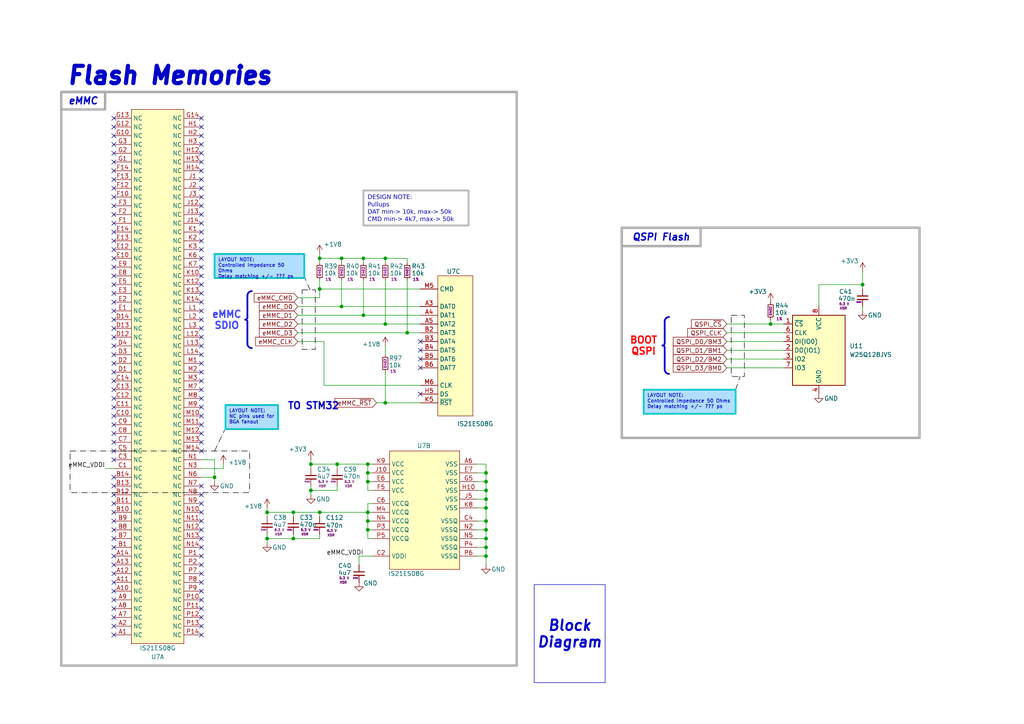
<source format=kicad_sch>
(kicad_sch (version 20231120) (generator "eeschema") (generator_version "8.0")
  (paper "A4")
  (title_block (title "Flash Memories") (date "2024-09-22") (rev "1.0"))
  (junction (at 106.68 153.67))
  (junction (at 99.06 88.9))
  (junction (at 92.71 148.59))
  (junction (at 106.68 139.7))
  (junction (at 140.97 156.21))
  (junction (at 106.68 134.62))
  (junction (at 140.97 151.13))
  (junction (at 140.97 142.24))
  (junction (at 250.19 82.55))
  (junction (at 90.17 134.62))
  (junction (at 85.09 148.59))
  (junction (at 140.97 158.75))
  (junction (at 62.23 138.43))
  (junction (at 223.52 93.98))
  (junction (at 106.68 148.59))
  (junction (at 106.68 137.16))
  (junction (at 140.97 137.16))
  (junction (at 77.47 156.21))
  (junction (at 111.76 74.93))
  (junction (at 105.41 74.93))
  (junction (at 140.97 144.78))
  (junction (at 105.41 91.44))
  (junction (at 118.11 96.52))
  (junction (at 92.71 74.93))
  (junction (at 140.97 139.7))
  (junction (at 111.76 93.98))
  (junction (at 140.97 161.29))
  (junction (at 90.17 142.24))
  (junction (at 77.47 148.59))
  (junction (at 85.09 156.21))
  (junction (at 92.71 83.82))
  (junction (at 99.06 74.93))
  (junction (at 106.68 151.13))
  (junction (at 97.79 134.62))
  (junction (at 140.97 147.32))
  (junction (at 140.97 153.67))
  (junction (at 111.76 116.84))
  (no_connect (at 58.42 102.87))
  (no_connect (at 58.42 125.73))
  (no_connect (at 33.02 107.95))
  (no_connect (at 33.02 163.83))
  (no_connect (at 33.02 179.07))
  (no_connect (at 58.42 153.67))
  (no_connect (at 33.02 146.05))
  (no_connect (at 58.42 115.57))
  (no_connect (at 33.02 49.53))
  (no_connect (at 33.02 92.71))
  (no_connect (at 33.02 97.79))
  (no_connect (at 58.42 39.37))
  (no_connect (at 58.42 97.79))
  (no_connect (at 58.42 52.07))
  (no_connect (at 58.42 184.15))
  (no_connect (at 33.02 72.39))
  (no_connect (at 33.02 39.37))
  (no_connect (at 58.42 87.63))
  (no_connect (at 58.42 128.27))
  (no_connect (at 33.02 133.35))
  (no_connect (at 58.42 85.09))
  (no_connect (at 33.02 100.33))
  (no_connect (at 58.42 176.53))
  (no_connect (at 58.42 49.53))
  (no_connect (at 33.02 46.99))
  (no_connect (at 33.02 125.73))
  (no_connect (at 33.02 118.11))
  (no_connect (at 58.42 62.23))
  (no_connect (at 58.42 82.55))
  (no_connect (at 58.42 80.01))
  (no_connect (at 121.92 99.06))
  (no_connect (at 58.42 161.29))
  (no_connect (at 58.42 90.17))
  (no_connect (at 33.02 90.17))
  (no_connect (at 58.42 46.99))
  (no_connect (at 33.02 54.61))
  (no_connect (at 58.42 36.83))
  (no_connect (at 33.02 74.93))
  (no_connect (at 121.92 114.3))
  (no_connect (at 33.02 41.91))
  (no_connect (at 58.42 44.45))
  (no_connect (at 33.02 62.23))
  (no_connect (at 121.92 106.68))
  (no_connect (at 58.42 163.83))
  (no_connect (at 33.02 130.81))
  (no_connect (at 33.02 69.85))
  (no_connect (at 33.02 156.21))
  (no_connect (at 33.02 140.97))
  (no_connect (at 58.42 74.93))
  (no_connect (at 58.42 123.19))
  (no_connect (at 33.02 181.61))
  (no_connect (at 121.92 104.14))
  (no_connect (at 58.42 77.47))
  (no_connect (at 33.02 143.51))
  (no_connect (at 58.42 143.51))
  (no_connect (at 58.42 57.15))
  (no_connect (at 33.02 85.09))
  (no_connect (at 33.02 34.29))
  (no_connect (at 33.02 184.15))
  (no_connect (at 58.42 148.59))
  (no_connect (at 33.02 77.47))
  (no_connect (at 58.42 69.85))
  (no_connect (at 33.02 82.55))
  (no_connect (at 58.42 181.61))
  (no_connect (at 33.02 115.57))
  (no_connect (at 33.02 153.67))
  (no_connect (at 58.42 156.21))
  (no_connect (at 58.42 67.31))
  (no_connect (at 33.02 176.53))
  (no_connect (at 121.92 101.6))
  (no_connect (at 58.42 179.07))
  (no_connect (at 58.42 146.05))
  (no_connect (at 58.42 140.97))
  (no_connect (at 33.02 105.41))
  (no_connect (at 58.42 113.03))
  (no_connect (at 33.02 171.45))
  (no_connect (at 58.42 107.95))
  (no_connect (at 58.42 95.25))
  (no_connect (at 33.02 59.69))
  (no_connect (at 58.42 41.91))
  (no_connect (at 33.02 110.49))
  (no_connect (at 33.02 151.13))
  (no_connect (at 33.02 52.07))
  (no_connect (at 58.42 120.65))
  (no_connect (at 58.42 34.29))
  (no_connect (at 33.02 161.29))
  (no_connect (at 58.42 72.39))
  (no_connect (at 33.02 80.01))
  (no_connect (at 58.42 171.45))
  (no_connect (at 58.42 151.13))
  (no_connect (at 58.42 173.99))
  (no_connect (at 33.02 102.87))
  (no_connect (at 33.02 36.83))
  (no_connect (at 58.42 92.71))
  (no_connect (at 33.02 166.37))
  (no_connect (at 58.42 166.37))
  (no_connect (at 33.02 158.75))
  (no_connect (at 58.42 105.41))
  (no_connect (at 58.42 64.77))
  (no_connect (at 33.02 168.91))
  (no_connect (at 33.02 95.25))
  (no_connect (at 33.02 87.63))
  (no_connect (at 33.02 64.77))
  (no_connect (at 58.42 158.75))
  (no_connect (at 58.42 54.61))
  (no_connect (at 33.02 123.19))
  (no_connect (at 58.42 118.11))
  (no_connect (at 33.02 67.31))
  (no_connect (at 58.42 168.91))
  (no_connect (at 33.02 113.03))
  (no_connect (at 58.42 130.81))
  (no_connect (at 33.02 44.45))
  (no_connect (at 33.02 138.43))
  (no_connect (at 33.02 57.15))
  (no_connect (at 33.02 128.27))
  (no_connect (at 58.42 110.49))
  (no_connect (at 58.42 100.33))
  (no_connect (at 33.02 173.99))
  (no_connect (at 33.02 148.59))
  (no_connect (at 33.02 120.65))
  (no_connect (at 58.42 59.69))
  (wire (pts (xy 58.42 138.43) (xy 62.23 138.43)))
  (wire (pts (xy 111.76 116.84) (xy 121.92 116.84)))
  (wire (pts (xy 210.82 106.68) (xy 227.33 106.68)))
  (wire (pts (xy 106.68 151.13) (xy 106.68 153.67)))
  (wire (pts (xy 104.14 161.29) (xy 107.95 161.29)))
  (wire (pts (xy 93.98 99.06) (xy 93.98 111.76)))
  (wire (pts (xy 77.47 156.21) (xy 85.09 156.21)))
  (wire (pts (xy 138.43 137.16) (xy 140.97 137.16)))
  (polyline (pts (xy 71.755 93.345) (xy 71.755 99.695)) (stroke (width 0.5)))
  (wire (pts (xy 111.76 81.28) (xy 111.76 93.98)))
  (wire (pts (xy 77.47 149.86) (xy 77.47 148.59)))
  (wire (pts (xy 85.09 148.59) (xy 85.09 149.86)))
  (polyline (pts (xy 71.755 85.725) (xy 71.755 92.075)) (stroke (width 0.5)))
  (wire (pts (xy 97.79 135.89) (xy 97.79 134.62)))
  (wire (pts (xy 92.71 73.66) (xy 92.71 74.93)))
  (wire (pts (xy 105.41 74.93) (xy 105.41 76.2)))
  (wire (pts (xy 77.47 156.21) (xy 77.47 157.48)))
  (wire (pts (xy 106.68 148.59) (xy 106.68 151.13)))
  (wire (pts (xy 106.68 139.7) (xy 107.95 139.7)))
  (wire (pts (xy 77.47 148.59) (xy 85.09 148.59)))
  (wire (pts (xy 58.42 135.89) (xy 64.77 135.89)))
  (wire (pts (xy 92.71 154.94) (xy 92.71 156.21)))
  (wire (pts (xy 92.71 74.93) (xy 99.06 74.93)))
  (wire (pts (xy 85.09 156.21) (xy 92.71 156.21)))
  (wire (pts (xy 30.48 135.89) (xy 33.02 135.89)))
  (wire (pts (xy 140.97 139.7) (xy 140.97 137.16)))
  (wire (pts (xy 210.82 101.6) (xy 227.33 101.6)))
  (wire (pts (xy 210.82 96.52) (xy 227.33 96.52)))
  (wire (pts (xy 106.68 137.16) (xy 106.68 139.7)))
  (polyline (pts (xy 192.786 93.218) (xy 192.786 99.568)) (stroke (width 0.5)))
  (wire (pts (xy 104.14 163.83) (xy 104.14 161.29)))
  (wire (pts (xy 93.98 111.76) (xy 121.92 111.76)))
  (wire (pts (xy 107.95 148.59) (xy 106.68 148.59)))
  (wire (pts (xy 140.97 144.78) (xy 140.97 142.24)))
  (wire (pts (xy 106.68 134.62) (xy 106.68 137.16)))
  (wire (pts (xy 92.71 86.36) (xy 92.71 83.82)))
  (wire (pts (xy 64.77 134.62) (xy 64.77 135.89)))
  (wire (pts (xy 118.11 96.52) (xy 121.92 96.52)))
  (wire (pts (xy 105.41 81.28) (xy 105.41 91.44)))
  (wire (pts (xy 106.68 153.67) (xy 107.95 153.67)))
  (wire (pts (xy 250.19 88.9) (xy 250.19 90.17)))
  (wire (pts (xy 237.49 82.55) (xy 237.49 88.9)))
  (wire (pts (xy 90.17 142.24) (xy 90.17 140.97)))
  (wire (pts (xy 111.76 74.93) (xy 118.11 74.93)))
  (wire (pts (xy 210.82 104.14) (xy 227.33 104.14)))
  (wire (pts (xy 86.36 93.98) (xy 111.76 93.98)))
  (wire (pts (xy 86.36 96.52) (xy 118.11 96.52)))
  (wire (pts (xy 92.71 74.93) (xy 92.71 76.2)))
  (wire (pts (xy 138.43 156.21) (xy 140.97 156.21)))
  (wire (pts (xy 90.17 134.62) (xy 90.17 135.89)))
  (wire (pts (xy 111.76 93.98) (xy 121.92 93.98)))
  (wire (pts (xy 140.97 158.75) (xy 140.97 156.21)))
  (wire (pts (xy 92.71 149.86) (xy 92.71 148.59)))
  (wire (pts (xy 86.36 86.36) (xy 92.71 86.36)))
  (wire (pts (xy 86.36 88.9) (xy 99.06 88.9)))
  (wire (pts (xy 97.79 134.62) (xy 106.68 134.62)))
  (wire (pts (xy 92.71 148.59) (xy 106.68 148.59)))
  (wire (pts (xy 105.41 91.44) (xy 121.92 91.44)))
  (wire (pts (xy 250.19 82.55) (xy 250.19 83.82)))
  (wire (pts (xy 90.17 134.62) (xy 97.79 134.62)))
  (wire (pts (xy 85.09 154.94) (xy 85.09 156.21)))
  (wire (pts (xy 138.43 144.78) (xy 140.97 144.78)))
  (wire (pts (xy 140.97 137.16) (xy 140.97 134.62)))
  (wire (pts (xy 85.09 148.59) (xy 92.71 148.59)))
  (wire (pts (xy 77.47 147.32) (xy 77.47 148.59)))
  (wire (pts (xy 99.06 74.93) (xy 99.06 76.2)))
  (wire (pts (xy 99.06 74.93) (xy 105.41 74.93)))
  (wire (pts (xy 77.47 154.94) (xy 77.47 156.21)))
  (wire (pts (xy 97.79 140.97) (xy 97.79 142.24)))
  (wire (pts (xy 106.68 146.05) (xy 106.68 148.59)))
  (wire (pts (xy 86.36 91.44) (xy 105.41 91.44)))
  (wire (pts (xy 62.23 133.35) (xy 62.23 138.43)))
  (wire (pts (xy 92.71 81.28) (xy 92.71 83.82)))
  (wire (pts (xy 107.95 142.24) (xy 106.68 142.24)))
  (wire (pts (xy 90.17 142.24) (xy 97.79 142.24)))
  (wire (pts (xy 106.68 153.67) (xy 106.68 156.21)))
  (wire (pts (xy 138.43 139.7) (xy 140.97 139.7)))
  (wire (pts (xy 106.68 139.7) (xy 106.68 142.24)))
  (wire (pts (xy 111.76 100.33) (xy 111.76 102.87)))
  (wire (pts (xy 140.97 163.83) (xy 140.97 161.29)))
  (wire (pts (xy 86.36 99.06) (xy 93.98 99.06)))
  (wire (pts (xy 138.43 151.13) (xy 140.97 151.13)))
  (wire (pts (xy 118.11 74.93) (xy 118.11 76.2)))
  (wire (pts (xy 140.97 142.24) (xy 140.97 139.7)))
  (wire (pts (xy 109.22 116.84) (xy 111.76 116.84)))
  (wire (pts (xy 62.23 139.7) (xy 62.23 138.43)))
  (wire (pts (xy 140.97 151.13) (xy 140.97 147.32)))
  (wire (pts (xy 90.17 133.35) (xy 90.17 134.62)))
  (wire (pts (xy 99.06 81.28) (xy 99.06 88.9)))
  (wire (pts (xy 138.43 158.75) (xy 140.97 158.75)))
  (wire (pts (xy 106.68 146.05) (xy 107.95 146.05)))
  (wire (pts (xy 106.68 151.13) (xy 107.95 151.13)))
  (wire (pts (xy 223.52 93.98) (xy 227.33 93.98)))
  (wire (pts (xy 90.17 142.24) (xy 90.17 143.51)))
  (wire (pts (xy 138.43 147.32) (xy 140.97 147.32)))
  (wire (pts (xy 140.97 134.62) (xy 138.43 134.62)))
  (wire (pts (xy 99.06 88.9) (xy 121.92 88.9)))
  (wire (pts (xy 140.97 156.21) (xy 140.97 153.67)))
  (wire (pts (xy 223.52 92.71) (xy 223.52 93.98)))
  (wire (pts (xy 210.82 99.06) (xy 227.33 99.06)))
  (wire (pts (xy 58.42 133.35) (xy 62.23 133.35)))
  (polyline (pts (xy 192.786 100.838) (xy 192.786 107.188)) (stroke (width 0.5)))
  (wire (pts (xy 210.82 93.98) (xy 223.52 93.98)))
  (wire (pts (xy 140.97 153.67) (xy 140.97 151.13)))
  (wire (pts (xy 138.43 153.67) (xy 140.97 153.67)))
  (wire (pts (xy 107.95 156.21) (xy 106.68 156.21)))
  (wire (pts (xy 111.76 107.95) (xy 111.76 116.84)))
  (wire (pts (xy 111.76 74.93) (xy 111.76 76.2)))
  (wire (pts (xy 106.68 137.16) (xy 107.95 137.16)))
  (wire (pts (xy 92.71 83.82) (xy 121.92 83.82)))
  (wire (pts (xy 138.43 161.29) (xy 140.97 161.29)))
  (wire (pts (xy 250.19 82.55) (xy 237.49 82.55)))
  (polyline (pts (xy 62.23 130.81) (xy 65.151 124.714)) (stroke (width 0) (type dash_dot) (color 0 0 0 1)))
  (wire (pts (xy 250.19 78.74) (xy 250.19 82.55)))
  (polyline (pts (xy 213.36 113.03) (xy 214.63 109.22)) (stroke (width 0) (type dash_dot) (color 0 0 0 1)))
  (wire (pts (xy 140.97 161.29) (xy 140.97 158.75)))
  (wire (pts (xy 105.41 74.93) (xy 111.76 74.93)))
  (polyline (pts (xy 89.916 84.074) (xy 88.392 80.518)) (stroke (width 0) (type dash_dot) (color 0 0 0 1)))
  (wire (pts (xy 140.97 147.32) (xy 140.97 144.78)))
  (wire (pts (xy 106.68 134.62) (xy 107.95 134.62)))
  (wire (pts (xy 118.11 81.28) (xy 118.11 96.52)))
  (wire (pts (xy 138.43 142.24) (xy 140.97 142.24)))
  (arc (start 73.03 100.955) (mid 72.1355 100.5845) (end 71.76 99.69) (stroke (width 0.5)))
  (arc (start 192.156 100.198) (mid 192.6129 100.3776) (end 192.791 100.833) (stroke (width 0.5)))
  (rectangle (start 180.34 66.04) (end 266.7 127) (stroke (width 0.7) (color 168 168 168 1)))
  (arc (start 194.061 108.448) (mid 193.168 108.076) (end 192.791 107.183) (stroke (width 0.5)))
  (arc (start 71.76 85.725) (mid 72.129 84.829) (end 73.025 84.455) (stroke (width 0.5)))
  (arc (start 71.76 92.07) (mid 71.568 92.5116) (end 71.125 92.705) (stroke (width 0.5)))
  (arc (start 192.791 99.563) (mid 192.5977 100.0033) (end 192.156 100.198) (stroke (width 0.5)))
  (arc (start 192.791 93.218) (mid 193.1615 92.3235) (end 194.056 91.948) (stroke (width 0.5)))
  (arc (start 71.125 92.705) (mid 71.5803 92.8862) (end 71.76 93.34) (stroke (width 0.5)))
  (rectangle (start 87.63 84.074) (end 91.44 101.346) (stroke (width 0.1524) (type dash_dot) (color 0 0 0 1)))
  (rectangle (start 212.09 91.44) (end 215.9 109.22) (stroke (width 0.1524) (type dash_dot) (color 0 0 0 1)))
  (rectangle (start 17.78 26.67) (end 149.86 193.04) (stroke (width 0.7) (color 168 168 168 1)))
  (rectangle (start 20.32 130.81) (end 72.39 142.875) (stroke (width 0.1524) (type dash_dot) (color 0 0 0 1)))
  (text_box "DESIGN NOTE:\nPullups \nDAT min-> 10k, max-> 50k\nCMD min-> 4k7, max-> 50k" (at 105.41 55.245 0) (size 30.48 10.16) (stroke (width 0.5) (color 168 168 168 1)) (effects (font (size 1.27 1.27)) (justify left top)))
  (text_box "LAYOUT NOTE:\nNC pins used for BGA fanout" (at 65.405 117.475 0) (size 15.24 6.985) (stroke (width 0.5) (color 0 194 194 1)) (fill (type color) (color 61 172 255 0.4)) (effects (font (size 1 1)) (justify left top)))
  (text_box "Block\nDiagram" (at 154.94 169.545 0) (size 20.574 28.448) (effects (font (size 3 3) (thickness 0.6) (bold yes) (italic yes))))
  (text_box "QSPI Flash" (at 180.34 66.04 0) (size 22.86 5.334) (stroke (width 0.7) (color 168 168 168 1)) (effects (font (size 2 2) (bold yes) (italic yes))))
  (text_box "LAYOUT NOTE:\nControlled Impedance 50 Ohms\nDelay matching +/- ??? ps" (at 62.23 73.66 0) (size 26.035 6.985) (stroke (width 0.5) (color 0 194 194 1)) (fill (type color) (color 61 172 255 0.4)) (effects (font (size 1 1)) (justify left top)))
  (text_box "LAYOUT NOTE:\nControlled Impedance 50 Ohms\nDelay matching +/- ??? ps" (at 186.69 113.03 0) (size 26.67 6.985) (stroke (width 0.5) (color 0 194 194 1)) (fill (type color) (color 61 172 255 0.4)) (effects (font (size 1 1)) (justify left top)))
  (text_box "eMMC" (at 17.78 26.67 0) (size 12.7 5.08) (stroke (width 0.7) (color 168 168 168 1)) (effects (font (size 2 2) (bold yes) (italic yes))))
  (text "TO STM32" (at 90.932 117.856 0) (effects (font (size 2 2) (thickness 0.4) (bold yes))))
  (text "Flash Memories" (at 49.276 22.098 0) (effects (font (size 5 5) (thickness 1.2) (bold yes) (italic yes))))
  (text "BOOT\nQSPI" (at 186.68 100.432 0) (effects (font (size 2 2) (thickness 0.4) (bold yes))))
  (text "eMMC\nSDIO" (at 65.786 92.964 0) (effects (font (size 2 2) (thickness 0.4) (bold yes))))
  (label "eMMC_VDDI" (at 105.41 161.29 180))
  (label "eMMC_VDDI" (at 30.48 135.89 180))
  (global_label "QSPI_CLK" (shape input) (at 210.82 96.52 180) (property "Intersheetrefs" "${INTERSHEET_REFS}" (effects (hide yes))))
  (global_label "eMMC_D3" (shape input) (at 86.36 96.52 180) (property "Intersheetrefs" "${INTERSHEET_REFS}" (effects (hide yes))))
  (global_label "eMMC_CLK" (shape input) (at 86.36 99.06 180) (property "Intersheetrefs" "${INTERSHEET_REFS}" (effects (hide yes))))
  (global_label "QSPI_D2{slash}BM2" (shape input) (at 210.82 104.14 180) (property "Intersheetrefs" "${INTERSHEET_REFS}" (effects (hide yes))))
  (global_label "QSPI_D1{slash}BM1" (shape input) (at 210.82 101.6 180) (property "Intersheetrefs" "${INTERSHEET_REFS}" (effects (hide yes))))
  (global_label "QSPI_D3{slash}BM0" (shape input) (at 210.82 106.68 180) (property "Intersheetrefs" "${INTERSHEET_REFS}" (effects (hide yes))))
  (global_label "eMMC_D2" (shape input) (at 86.36 93.98 180) (property "Intersheetrefs" "${INTERSHEET_REFS}" (effects (hide yes))))
  (global_label "eMMC_~{RST}" (shape input) (at 109.22 116.84 180) (property "Intersheetrefs" "${INTERSHEET_REFS}" (effects (hide yes))))
  (global_label "eMMC_D0" (shape input) (at 86.36 88.9 180) (property "Intersheetrefs" "${INTERSHEET_REFS}" (effects (hide yes))))
  (global_label "eMMC_CMD" (shape input) (at 86.36 86.36 180) (property "Intersheetrefs" "${INTERSHEET_REFS}" (effects (hide yes))))
  (global_label "eMMC_D1" (shape input) (at 86.36 91.44 180) (property "Intersheetrefs" "${INTERSHEET_REFS}" (effects (hide yes))))
  (global_label "QSPI_D0{slash}BM3" (shape input) (at 210.82 99.06 180) (property "Intersheetrefs" "${INTERSHEET_REFS}" (effects (hide yes))))
  (global_label "QSPI_~{CS}" (shape input) (at 210.82 93.98 180) (property "Intersheetrefs" "${INTERSHEET_REFS}" (effects (hide yes))))
  (symbol (lib_id "Device:R_Small") (at 99.06 78.74 0) (unit 1)
    (property "Reference" "R40" (at 100.33 77.216 0) (effects (justify left)))
    (property "Value" "10k" (at 100.33 79.248 0) (effects (justify left)))
    (property "Footprint" "Resistor_SMD:R_0402_1005Metric" (effects (hide yes)))
    (property "Description" "Resistor, small symbol" (effects (hide yes)))
    (property "Tolerance" "1%" (at 101.6 81.026 0) (effects (font (size 0.8 0.8))))
    (property "Package" "0402" (at 99.06 78.74 90) (effects (font (size 0.7 0.7))))
    (property "LCSC Part" "C25744/gia" (effects (hide yes)))
  )
  (symbol (lib_name "C_Small_1") (lib_id "Device:C_Small") (at 250.19 86.36 0) (unit 1)
    (property "Reference" "C41" (at 243.332 84.582 0) (effects (justify left)))
    (property "Value" "470n" (at 243.078 86.614 0) (effects (justify left)))
    (property "Footprint" "Capacitor_SMD:C_0201_0603Metric" (effects (hide yes)))
    (property "Description" "Unpolarized capacitor, small symbol" (effects (hide yes)))
    (property "Rating" "6.3 V" (at 244.856 88.138 0) (effects (font (size 0.7 0.7))))
    (property "Type" "X5R" (at 244.602 89.408 0) (effects (font (size 0.7 0.7))))
    (property "Package" "0201" (at 249.174 87.63 0) (effects (font (size 0.4 0.4))))
    (property "LCSC Part" "C85926" (effects (hide yes)))
  )
  (symbol (lib_id "power:GND") (at 90.17 143.51 0) (unit 1)
    (property "Reference" "#PWR083" (effects (hide yes)))
    (property "Value" "GND" (at 93.726 144.78 0))
    (property "Description" "Power symbol creates a global label with name \"GND\" , ground" (effects (hide yes)))
  )
  (symbol (lib_name "IS21ES08G_1") (lib_id "MyLibrary:IS21ES08G") (at 123.19 147.32 0) (unit 2)
    (property "Reference" "U7" (at 122.936 129.286 0))
    (property "Value" "IS21ES08G" (at 117.856 166.37 0))
    (property "Footprint" "Mylibrary:BGA153N50P14X14_1150X1300X100" (effects (hide yes)))
    (property "LCSC Part" "C499918" (effects (hide yes)))
  )
  (symbol (lib_name "C_Small_1") (lib_id "Device:C_Small") (at 90.17 138.43 0) (unit 1)
    (property "Reference" "C34" (at 91.948 136.144 0) (effects (justify left)))
    (property "Value" "4u7" (at 91.948 138.176 0) (effects (justify left)))
    (property "Footprint" "Capacitor_SMD:C_0402_1005Metric" (effects (hide yes)))
    (property "Description" "Unpolarized capacitor, small symbol" (effects (hide yes)))
    (property "Rating" "6.3 V" (at 93.726 139.7 0) (effects (font (size 0.7 0.7))))
    (property "Type" "X5R" (at 93.472 140.97 0) (effects (font (size 0.7 0.7))))
    (property "Package" "0402" (at 89.154 139.7 0) (effects (font (size 0.4 0.4))))
    (property "LCSC Part" " C368809" (effects (hide yes)))
  )
  (symbol (lib_id "power:GND") (at 62.23 139.7 0) (unit 1)
    (property "Reference" "#PWR0153" (effects (hide yes)))
    (property "Value" "GND" (at 65.786 140.97 0))
    (property "Description" "Power symbol creates a global label with name \"GND\" , ground" (effects (hide yes)))
  )
  (symbol (lib_id "Device:R_Small") (at 118.11 78.74 0) (unit 1)
    (property "Reference" "R43" (at 119.38 77.216 0) (effects (justify left)))
    (property "Value" "10k" (at 119.38 79.248 0) (effects (justify left)))
    (property "Footprint" "Resistor_SMD:R_0402_1005Metric" (effects (hide yes)))
    (property "Description" "Resistor, small symbol" (effects (hide yes)))
    (property "Tolerance" "1%" (at 120.65 81.026 0) (effects (font (size 0.8 0.8))))
    (property "Package" "0402" (at 118.11 78.74 90) (effects (font (size 0.7 0.7))))
    (property "LCSC Part" "C25744/gia" (effects (hide yes)))
  )
  (symbol (lib_id "power:+1V8") (at 111.76 100.33 0) (unit 1)
    (property "Reference" "#PWR0145" (effects (hide yes)))
    (property "Value" "+1V8" (at 107.696 99.822 0))
    (property "Description" "Power symbol creates a global label with name \"+1V8\"" (effects (hide yes)))
  )
  (symbol (lib_id "Device:R_Small") (at 111.76 78.74 0) (unit 1)
    (property "Reference" "R42" (at 113.03 77.216 0) (effects (justify left)))
    (property "Value" "10k" (at 113.03 79.248 0) (effects (justify left)))
    (property "Footprint" "Resistor_SMD:R_0402_1005Metric" (effects (hide yes)))
    (property "Description" "Resistor, small symbol" (effects (hide yes)))
    (property "Tolerance" "1%" (at 114.3 81.026 0) (effects (font (size 0.8 0.8))))
    (property "Package" "0402" (at 111.76 78.74 90) (effects (font (size 0.7 0.7))))
    (property "LCSC Part" "C25744/gia" (effects (hide yes)))
  )
  (symbol (lib_id "Device:R_Small") (at 111.76 105.41 0) (unit 1)
    (property "Reference" "R97" (at 112.776 103.886 0) (effects (justify left)))
    (property "Value" "10k" (at 112.776 105.918 0) (effects (justify left)))
    (property "Footprint" "Resistor_SMD:R_0402_1005Metric" (effects (hide yes)))
    (property "Description" "Resistor, small symbol" (effects (hide yes)))
    (property "Tolerance" "1%" (at 114.046 107.696 0) (effects (font (size 0.8 0.8))))
    (property "Package" "0402" (at 111.76 105.41 90) (effects (font (size 0.7 0.7))))
    (property "LCSC Part" "C25744/gia" (effects (hide yes)))
  )
  (symbol (lib_id "Memory_Flash:W25Q128JVS") (at 237.49 101.6 0) (unit 1)
    (property "Reference" "U11" (at 246.38 100.3299 0) (effects (justify left)))
    (property "Value" "W25Q128JVS" (at 246.38 102.8699 0) (effects (justify left)))
    (property "Footprint" "Package_SON:WSON-8-1EP_8x6mm_P1.27mm_EP3.4x4.3mm" (effects (hide yes)))
    (property "Datasheet" "http://www.winbond.com/resource-files/w25q128jv_dtr%20revc%2003272018%20plus.pdf" (effects (hide yes)))
    (property "Description" "128Mb Serial Flash Memory, Standard/Dual/Quad SPI, SOIC-8" (effects (hide yes)))
    (property "LCSC Part" "C401662" (effects (hide yes)))
  )
  (symbol (lib_id "power:+1V8") (at 92.71 73.66 0) (unit 1)
    (property "Reference" "#PWR086" (effects (hide yes)))
    (property "Value" "+1V8" (at 96.52 70.866 0))
    (property "Description" "Power symbol creates a global label with name \"+1V8\"" (effects (hide yes)))
  )
  (symbol (lib_name "C_Small_1") (lib_id "Device:C_Small") (at 85.09 152.4 0) (unit 1)
    (property "Reference" "C33" (at 86.868 150.114 0) (effects (justify left)))
    (property "Value" "470n" (at 86.868 152.146 0) (effects (justify left)))
    (property "Footprint" "Capacitor_SMD:C_0201_0603Metric" (effects (hide yes)))
    (property "Description" "Unpolarized capacitor, small symbol" (effects (hide yes)))
    (property "Rating" "6.3 V" (at 88.646 153.67 0) (effects (font (size 0.7 0.7))))
    (property "Type" "X5R" (at 88.392 154.94 0) (effects (font (size 0.7 0.7))))
    (property "Package" "0201" (at 84.074 153.67 0) (effects (font (size 0.4 0.4))))
    (property "LCSC Part" "C85926" (effects (hide yes)))
  )
  (symbol (lib_id "power:GND") (at 250.19 90.17 0) (unit 1)
    (property "Reference" "#PWR090" (effects (hide yes)))
    (property "Value" "GND" (at 253.746 91.44 0))
    (property "Description" "Power symbol creates a global label with name \"GND\" , ground" (effects (hide yes)))
  )
  (symbol (lib_id "Device:R_Small") (at 92.71 78.74 0) (unit 1)
    (property "Reference" "R39" (at 93.98 77.216 0) (effects (justify left)))
    (property "Value" "10k" (at 93.98 79.248 0) (effects (justify left)))
    (property "Footprint" "Resistor_SMD:R_0402_1005Metric" (effects (hide yes)))
    (property "Description" "Resistor, small symbol" (effects (hide yes)))
    (property "Tolerance" "1%" (at 95.25 81.026 0) (effects (font (size 0.8 0.8))))
    (property "Package" "0402" (at 92.71 78.74 90) (effects (font (size 0.7 0.7))))
    (property "LCSC Part" "C25744/gia" (effects (hide yes)))
  )
  (symbol (lib_id "power:+1V8") (at 223.52 87.63 0) (unit 1)
    (property "Reference" "#PWR091" (effects (hide yes)))
    (property "Value" "+3V3" (at 219.71 84.582 0))
    (property "Description" "Power symbol creates a global label with name \"+1V8\"" (effects (hide yes)))
  )
  (symbol (lib_id "power:+1V8") (at 64.77 134.62 0) (mirror y) (unit 1)
    (property "Reference" "#PWR0152" (effects (hide yes)))
    (property "Value" "+1V8" (at 68.834 134.112 0))
    (property "Description" "Power symbol creates a global label with name \"+1V8\"" (effects (hide yes)))
  )
  (symbol (lib_id "power:GND") (at 237.49 114.3 0) (unit 1)
    (property "Reference" "#PWR087" (effects (hide yes)))
    (property "Value" "GND" (at 241.046 115.57 0))
    (property "Description" "Power symbol creates a global label with name \"GND\" , ground" (effects (hide yes)))
  )
  (symbol (lib_id "Device:R_Small") (at 105.41 78.74 0) (unit 1)
    (property "Reference" "R41" (at 106.68 77.216 0) (effects (justify left)))
    (property "Value" "10k" (at 106.68 79.248 0) (effects (justify left)))
    (property "Footprint" "Resistor_SMD:R_0402_1005Metric" (effects (hide yes)))
    (property "Description" "Resistor, small symbol" (effects (hide yes)))
    (property "Tolerance" "1%" (at 107.95 81.026 0) (effects (font (size 0.8 0.8))))
    (property "Package" "0402" (at 105.41 78.74 90) (effects (font (size 0.7 0.7))))
    (property "LCSC Part" "C25744/gia" (effects (hide yes)))
  )
  (symbol (lib_id "power:+1V8") (at 250.19 78.74 0) (unit 1)
    (property "Reference" "#PWR088" (effects (hide yes)))
    (property "Value" "+3V3" (at 246.38 75.692 0))
    (property "Description" "Power symbol creates a global label with name \"+1V8\"" (effects (hide yes)))
  )
  (symbol (lib_id "MyLibrary:IS21ES08G") (at 45.72 109.22 0) (mirror x) (unit 1)
    (property "Reference" "U7" (at 45.72 190.5 0))
    (property "Value" "IS21ES08G" (at 45.72 187.96 0))
    (property "Footprint" "Mylibrary:BGA153N50P14X14_1150X1300X100" (effects (hide yes)))
    (property "LCSC Part" "C499918" (effects (hide yes)))
  )
  (symbol (lib_name "C_Small_1") (lib_id "Device:C_Small") (at 104.14 166.37 0) (unit 1)
    (property "Reference" "C40" (at 98.044 164.084 0) (effects (justify left)))
    (property "Value" "4u7" (at 98.044 166.116 0) (effects (justify left)))
    (property "Footprint" "Capacitor_SMD:C_0402_1005Metric" (effects (hide yes)))
    (property "Description" "Unpolarized capacitor, small symbol" (effects (hide yes)))
    (property "Rating" "6.3 V" (at 99.822 167.64 0) (effects (font (size 0.7 0.7))))
    (property "Type" "X5R" (at 99.568 168.91 0) (effects (font (size 0.7 0.7))))
    (property "Package" "0402" (at 103.124 167.64 0) (effects (font (size 0.4 0.4))))
    (property "LCSC Part" " C368809" (effects (hide yes)))
  )
  (symbol (lib_id "power:+1V8") (at 90.17 133.35 0) (unit 1)
    (property "Reference" "#PWR082" (effects (hide yes)))
    (property "Value" "+3V3" (at 86.36 130.302 0))
    (property "Description" "Power symbol creates a global label with name \"+1V8\"" (effects (hide yes)))
  )
  (symbol (lib_name "C_Small_1") (lib_id "Device:C_Small") (at 77.47 152.4 0) (unit 1)
    (property "Reference" "C38" (at 79.248 150.114 0) (effects (justify left)))
    (property "Value" "4u7" (at 79.248 152.146 0) (effects (justify left)))
    (property "Footprint" "Capacitor_SMD:C_0402_1005Metric" (effects (hide yes)))
    (property "Description" "Unpolarized capacitor, small symbol" (effects (hide yes)))
    (property "Rating" "6.3 V" (at 81.026 153.67 0) (effects (font (size 0.7 0.7))))
    (property "Type" "X5R" (at 80.772 154.94 0) (effects (font (size 0.7 0.7))))
    (property "Package" "0402" (at 76.454 153.67 0) (effects (font (size 0.4 0.4))))
    (property "LCSC Part" " C368809" (effects (hide yes)))
  )
  (symbol (lib_id "power:GND") (at 77.47 157.48 0) (unit 1)
    (property "Reference" "#PWR081" (effects (hide yes)))
    (property "Value" "GND" (at 81.026 158.75 0))
    (property "Description" "Power symbol creates a global label with name \"GND\" , ground" (effects (hide yes)))
  )
  (symbol (lib_name "C_Small_1") (lib_id "Device:C_Small") (at 97.79 138.43 0) (unit 1)
    (property "Reference" "C39" (at 99.568 136.144 0) (effects (justify left)))
    (property "Value" "470n" (at 99.568 138.176 0) (effects (justify left)))
    (property "Footprint" "Capacitor_SMD:C_0201_0603Metric" (effects (hide yes)))
    (property "Description" "Unpolarized capacitor, small symbol" (effects (hide yes)))
    (property "Rating" "6.3 V" (at 101.346 139.7 0) (effects (font (size 0.7 0.7))))
    (property "Type" "X5R" (at 101.092 140.97 0) (effects (font (size 0.7 0.7))))
    (property "Package" "0201" (at 96.774 139.7 0) (effects (font (size 0.4 0.4))))
    (property "LCSC Part" "C85926" (effects (hide yes)))
  )
  (symbol (lib_id "Device:R_Small") (at 223.52 90.17 0) (unit 1)
    (property "Reference" "R44" (at 224.79 88.646 0) (effects (justify left)))
    (property "Value" "10k" (at 224.79 90.678 0) (effects (justify left)))
    (property "Footprint" "Resistor_SMD:R_0402_1005Metric" (effects (hide yes)))
    (property "Description" "Resistor, small symbol" (effects (hide yes)))
    (property "Tolerance" "1%" (at 226.06 92.456 0) (effects (font (size 0.8 0.8))))
    (property "Package" "0402" (at 223.52 90.17 90) (effects (font (size 0.7 0.7))))
    (property "LCSC Part" "C25744/gia" (effects (hide yes)))
  )
  (symbol (lib_name "C_Small_1") (lib_id "Device:C_Small") (at 92.71 152.4 0) (unit 1)
    (property "Reference" "C112" (at 94.488 150.114 0) (effects (justify left)))
    (property "Value" "470n" (at 94.488 152.4 0) (effects (justify left)))
    (property "Footprint" "Capacitor_SMD:C_0201_0603Metric" (effects (hide yes)))
    (property "Description" "Unpolarized capacitor, small symbol" (effects (hide yes)))
    (property "Rating" "6.3 V" (at 96.266 153.924 0) (effects (font (size 0.7 0.7))))
    (property "Type" "X5R" (at 96.012 155.194 0) (effects (font (size 0.7 0.7))))
    (property "Package" "0201" (at 91.694 153.67 0) (effects (font (size 0.4 0.4))))
    (property "LCSC Part" "C85926" (effects (hide yes)))
  )
  (symbol (lib_id "power:GND") (at 104.14 168.91 0) (unit 1)
    (property "Reference" "#PWR085" (effects (hide yes)))
    (property "Value" "GND" (at 107.442 169.164 0))
    (property "Description" "Power symbol creates a global label with name \"GND\" , ground" (effects (hide yes)))
  )
  (symbol (lib_name "IS21ES08G_2") (lib_id "MyLibrary:IS21ES08G") (at 132.08 100.33 0) (unit 3)
    (property "Reference" "U7" (at 129.54 78.74 0) (effects (justify left)))
    (property "Value" "IS21ES08G" (at 132.588 122.936 0) (effects (justify left)))
    (property "Footprint" "Mylibrary:BGA153N50P14X14_1150X1300X100" (effects (hide yes)))
    (property "LCSC Part" "C499918" (effects (hide yes)))
  )
  (symbol (lib_id "power:GND") (at 140.97 163.83 0) (unit 1)
    (property "Reference" "#PWR084" (effects (hide yes)))
    (property "Value" "GND" (at 144.526 165.1 0))
    (property "Description" "Power symbol creates a global label with name \"GND\" , ground" (effects (hide yes)))
  )
  (symbol (lib_id "power:+1V8") (at 77.47 147.32 0) (unit 1)
    (property "Reference" "#PWR080" (effects (hide yes)))
    (property "Value" "+1V8" (at 73.406 146.812 0))
    (property "Description" "Power symbol creates a global label with name \"+1V8\"" (effects (hide yes)))
  )
)
</source>
